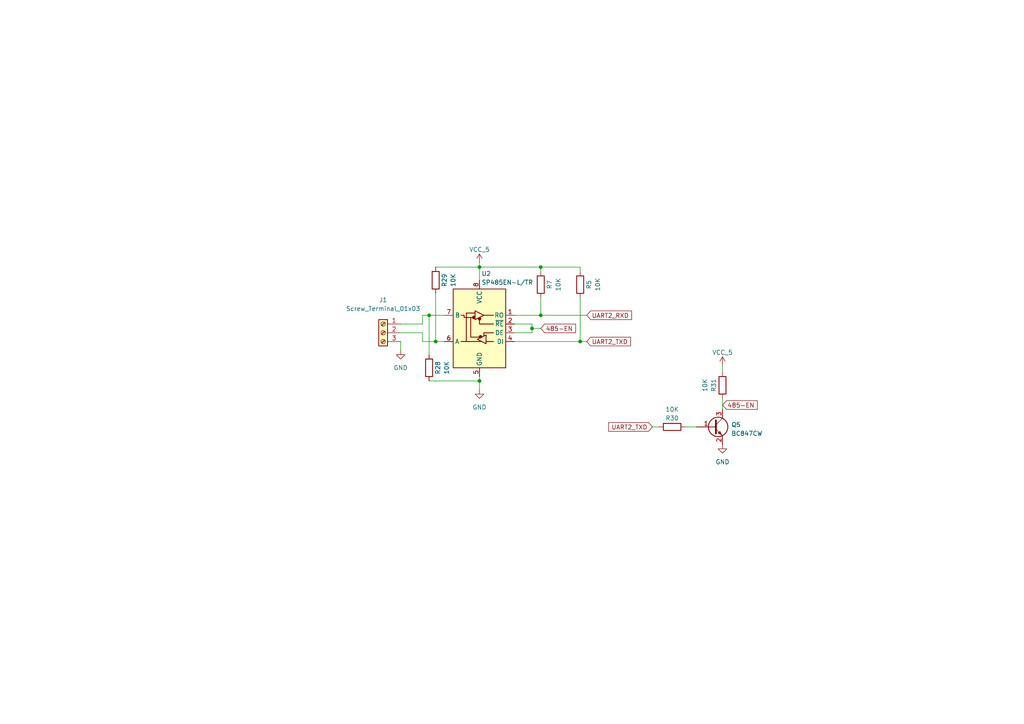
<source format=kicad_sch>
(kicad_sch (version 20230121) (generator eeschema)
  (paper "A4")
  (lib_symbols
    (symbol "Connector:Screw_Terminal_01x03" (pin_names (offset 1.016) hide)
      (property "Reference" "J" (at 0 5.08 0))
      (property "Value" "Screw_Terminal_01x03" (at 0 -5.08 0))
      (symbol "Screw_Terminal_01x03_1_1"
        (rectangle (start -1.27 3.81) (end 1.27 -3.81) (stroke (width 0.254)) (fill (type background)))
        (circle (center 0 -2.54) (radius 0.635) (stroke (width 0.1524)))
        (polyline (pts (xy -0.5334 -2.2098) (xy 0.3302 -3.048)) (stroke (width 0.1524)))
        (polyline (pts (xy -0.5334 0.3302) (xy 0.3302 -0.508)) (stroke (width 0.1524)))
        (polyline (pts (xy -0.5334 2.8702) (xy 0.3302 2.032)) (stroke (width 0.1524)))
        (polyline (pts (xy -0.3556 -2.032) (xy 0.508 -2.8702)) (stroke (width 0.1524)))
        (polyline (pts (xy -0.3556 0.508) (xy 0.508 -0.3302)) (stroke (width 0.1524)))
        (polyline (pts (xy -0.3556 3.048) (xy 0.508 2.2098)) (stroke (width 0.1524)))
        (circle (center 0 0) (radius 0.635) (stroke (width 0.1524)))
        (circle (center 0 2.54) (radius 0.635) (stroke (width 0.1524)))
        (pin passive line (at -5.08 2.54 0) (length 3.81) (name "Pin_1") (number "1"))
        (pin passive line (at -5.08 0 0) (length 3.81) (name "Pin_2") (number "2"))
        (pin passive line (at -5.08 -2.54 0) (length 3.81) (name "Pin_3") (number "3"))
      )
    )
    (symbol "Device:R" (pin_numbers hide) (pin_names (offset 0))
      (property "Reference" "R" (at 2.032 0 90))
      (property "Value" "R" (at 0 0 90))
      (symbol "R_0_1"
        (rectangle (start -1.016 -2.54) (end 1.016 2.54) (stroke (width 0.254)))
      )
      (symbol "R_1_1"
        (pin passive line (at 0 3.81 270) (length 1.27) (name "~") (number "1"))
        (pin passive line (at 0 -3.81 90) (length 1.27) (name "~") (number "2"))
      )
    )
    (symbol "Interface_UART:MAX485E"
      (property "Reference" "U" (at -6.096 11.43 0))
      (property "Value" "MAX485E" (at 0.762 11.43 0))
      (symbol "MAX485E_0_1"
        (rectangle (start -7.62 10.16) (end 7.62 -12.7) (stroke (width 0.254)) (fill (type background)))
        (circle (center -0.3048 -3.683) (radius 0.3556) (stroke (width 0.254)) (fill (type outline)))
        (circle (center -0.0254 1.4986) (radius 0.3556) (stroke (width 0.254)) (fill (type outline)))
        (polyline (pts (xy -4.064 -5.08) (xy -1.905 -5.08)) (stroke (width 0.254)))
        (polyline (pts (xy -4.064 2.54) (xy -1.27 2.54)) (stroke (width 0.254)))
        (polyline (pts (xy -1.27 -3.2004) (xy -1.27 -3.4544)) (stroke (width 0.254)))
        (polyline (pts (xy -0.635 -5.08) (xy 5.334 -5.08)) (stroke (width 0.254)))
        (polyline (pts (xy -4.064 -2.54) (xy -1.27 -2.54) (xy -1.27 -3.175)) (stroke (width 0.254)))
        (polyline (pts (xy 0 1.27) (xy 0 0) (xy -4.064 0)) (stroke (width 0.254)))
        (polyline (pts (xy 1.27 3.175) (xy 3.81 3.175) (xy 3.81 -5.08)) (stroke (width 0.254)))
        (polyline (pts (xy 2.54 1.905) (xy 2.54 -3.81) (xy 0 -3.81)) (stroke (width 0.254)))
        (polyline (pts (xy -1.905 -3.175) (xy -1.905 -5.715) (xy 0.635 -4.445) (xy -1.905 -3.175)) (stroke (width 0.254)))
        (polyline (pts (xy -1.27 2.54) (xy 1.27 3.81) (xy 1.27 1.27) (xy -1.27 2.54)) (stroke (width 0.254)))
        (polyline (pts (xy 1.905 1.905) (xy 4.445 1.905) (xy 4.445 2.54) (xy 5.334 2.54)) (stroke (width 0.254)))
        (rectangle (start 1.27 3.175) (end 1.27 3.175))
        (circle (center 1.651 1.905) (radius 0.3556) (stroke (width 0.254)) (fill (type outline)))
      )
      (symbol "MAX485E_1_1"
        (pin output line (at -10.16 2.54 0) (length 2.54) (name "RO") (number "1"))
        (pin input line (at -10.16 0 0) (length 2.54) (name "~{RE}") (number "2"))
        (pin input line (at -10.16 -2.54 0) (length 2.54) (name "DE") (number "3"))
        (pin input line (at -10.16 -5.08 0) (length 2.54) (name "DI") (number "4"))
        (pin power_in line (at 0 -15.24 90) (length 2.54) (name "GND") (number "5"))
        (pin bidirectional line (at 10.16 -5.08 180) (length 2.54) (name "A") (number "6"))
        (pin bidirectional line (at 10.16 2.54 180) (length 2.54) (name "B") (number "7"))
        (pin power_in line (at 0 12.7 270) (length 2.54) (name "VCC") (number "8"))
      )
    )
    (symbol "Transistor_BJT:BC847W" (pin_names (offset 0) hide)
      (property "Reference" "Q" (at 5.08 1.905 0))
      (property "Value" "BC847W" (at 5.08 0 0))
      (symbol "BC847W_0_1"
        (polyline (pts (xy 0.635 0.635) (xy 2.54 2.54)))
        (polyline (pts (xy 0.635 -0.635) (xy 2.54 -2.54) (xy 2.54 -2.54)))
        (polyline (pts (xy 0.635 1.905) (xy 0.635 -1.905) (xy 0.635 -1.905)) (stroke (width 0.508)))
        (polyline (pts (xy 1.27 -1.778) (xy 1.778 -1.27) (xy 2.286 -2.286) (xy 1.27 -1.778) (xy 1.27 -1.778)) (fill (type outline)))
        (circle (center 1.27 0) (radius 2.8194) (stroke (width 0.254)))
      )
      (symbol "BC847W_1_1"
        (pin input line (at -5.08 0 0) (length 5.715) (name "B") (number "1"))
        (pin passive line (at 2.54 -5.08 90) (length 2.54) (name "E") (number "2"))
        (pin passive line (at 2.54 5.08 270) (length 2.54) (name "C") (number "3"))
      )
    )
    (symbol "VCC_2" (power) (pin_names (offset 0))
      (property "Value" "+5V" (at 0 3.81 0))
      (symbol "VCC_2_0_1"
        (polyline (pts (xy -0.762 1.27) (xy 0 2.54)))
        (polyline (pts (xy 0 0) (xy 0 2.54)))
        (polyline (pts (xy 0 2.54) (xy 0.762 1.27)))
      )
      (symbol "VCC_2_1_1"
        (pin power_in line (at 0 0 90) (length 0) hide (name "VCC_5") (number "2"))
      )
    )
    (symbol "power:GND" (power) (pin_names (offset 0))
      (property "Value" "GND" (at 0 -3.81 0))
      (symbol "GND_0_1"
        (polyline (pts (xy 0 0) (xy 0 -1.27) (xy 1.27 -1.27) (xy 0 -2.54) (xy -1.27 -1.27) (xy 0 -1.27)))
      )
      (symbol "GND_1_1"
        (pin power_in line (at 0 0 270) (length 0) hide (name "GND") (number "1"))
      )
    )
  )
  (junction (at 168.275 99.06))
  (junction (at 139.065 110.49))
  (junction (at 156.845 91.44))
  (junction (at 126.365 99.06))
  (junction (at 124.46 91.44))
  (junction (at 139.065 77.47))
  (junction (at 156.845 77.47))
  (junction (at 154.305 95.25))
  (wire (pts (xy 116.205 93.98) (xy 122.555 93.98)))
  (wire (pts (xy 149.225 96.52) (xy 154.305 96.52)))
  (wire (pts (xy 139.065 77.47) (xy 139.065 81.28)))
  (wire (pts (xy 168.275 78.74) (xy 168.275 77.47)))
  (wire (pts (xy 209.55 106.045) (xy 209.55 107.95)))
  (wire (pts (xy 156.845 91.44) (xy 170.18 91.44)))
  (wire (pts (xy 122.555 99.06) (xy 122.555 96.52)))
  (wire (pts (xy 139.065 76.2) (xy 139.065 77.47)))
  (wire (pts (xy 139.065 109.22) (xy 139.065 110.49)))
  (wire (pts (xy 154.305 95.25) (xy 156.845 95.25)))
  (wire (pts (xy 128.905 99.06) (xy 126.365 99.06)))
  (wire (pts (xy 126.365 77.47) (xy 139.065 77.47)))
  (wire (pts (xy 154.305 95.25) (xy 154.305 96.52)))
  (wire (pts (xy 189.23 123.825) (xy 191.135 123.825)))
  (wire (pts (xy 168.275 99.06) (xy 170.18 99.06)))
  (wire (pts (xy 122.555 91.44) (xy 122.555 93.98)))
  (wire (pts (xy 168.275 86.36) (xy 168.275 99.06)))
  (wire (pts (xy 126.365 85.09) (xy 126.365 99.06)))
  (wire (pts (xy 149.225 93.98) (xy 154.305 93.98)))
  (wire (pts (xy 198.755 123.825) (xy 201.93 123.825)))
  (wire (pts (xy 116.205 99.06) (xy 116.205 101.6)))
  (wire (pts (xy 124.46 110.49) (xy 139.065 110.49)))
  (wire (pts (xy 149.225 99.06) (xy 168.275 99.06)))
  (wire (pts (xy 168.275 77.47) (xy 156.845 77.47)))
  (wire (pts (xy 156.845 86.36) (xy 156.845 91.44)))
  (wire (pts (xy 209.55 115.57) (xy 209.55 118.745)))
  (wire (pts (xy 122.555 96.52) (xy 116.205 96.52)))
  (wire (pts (xy 149.225 91.44) (xy 156.845 91.44)))
  (wire (pts (xy 139.065 77.47) (xy 156.845 77.47)))
  (wire (pts (xy 128.905 91.44) (xy 124.46 91.44)))
  (wire (pts (xy 124.46 91.44) (xy 124.46 102.87)))
  (wire (pts (xy 124.46 91.44) (xy 122.555 91.44)))
  (wire (pts (xy 156.845 77.47) (xy 156.845 78.74)))
  (wire (pts (xy 154.305 93.98) (xy 154.305 95.25)))
  (wire (pts (xy 126.365 99.06) (xy 122.555 99.06)))
  (wire (pts (xy 139.065 110.49) (xy 139.065 113.03)))
  (global_label "485-EN" (shape input) (at 156.845 95.25 0) (property "Intersheetrefs" "${INTERSHEET_REFS}" (effects hide)))
  (global_label "UART2_TXD" (shape input) (at 189.23 123.825 180) (property "Intersheetrefs" "${INTERSHEET_REFS}" (effects hide)))
  (global_label "485-EN" (shape input) (at 209.55 117.475 0) (property "Intersheetrefs" "${INTERSHEET_REFS}" (effects hide)))
  (global_label "UART2_TXD" (shape input) (at 170.18 99.06 0) (property "Intersheetrefs" "${INTERSHEET_REFS}" (effects hide)))
  (global_label "UART2_RXD" (shape input) (at 170.18 91.44 0) (property "Intersheetrefs" "${INTERSHEET_REFS}" (effects hide)))
  (symbol (lib_id "Connector:Screw_Terminal_01x03") (at 111.125 96.52 0) (mirror y) (unit 1)
    (property "Reference" "J1" (at 111.125 86.995 0))
    (property "Value" "Screw_Terminal_01x03" (at 111.125 89.535 0))
    (property "Footprint" "TerminalBlock_Phoenix:TerminalBlock_Phoenix_PT-1,5-3-5.0-H_1x03_P5.00mm_Horizontal" (effects hide))
    (property "Datasheet" "https://www.mouser.dk/datasheet/2/670/tb002_500-2306853.pdf" (effects hide))
    (property "Manufacturer_Name" "CUI Devices" (effects hide))
    (property "Manufacturer_Part_Number" "TB002-500-03BE" (effects hide))
    (property "Mouser Price/Stock" "0,686" (effects hide))
  )
  (symbol (lib_id "power:GND") (at 139.065 113.03 0) (mirror y) (unit 1)
    (property "Reference" "#PWR011" (effects hide))
    (property "Value" "GND" (at 139.065 118.11 0))
  )
  (symbol (lib_name "VCC_2") (lib_id "power:VCC") (at 209.55 106.045 0) (unit 1)
    (property "Reference" "#PWR047" (effects hide))
    (property "Value" "+5V" (at 209.55 102.235 0))
  )
  (symbol (lib_id "Device:R") (at 126.365 81.28 0) (mirror x) (unit 1)
    (property "Reference" "R29" (at 128.905 81.28 90))
    (property "Value" "10K" (at 131.445 81.28 90))
    (property "Footprint" "Resistor_SMD:R_0402_1005Metric" (effects hide))
    (property "Datasheet" "https://www.mouser.dk/datasheet/2/447/PYu_RC_Group_51_RoHS_L_11-1984063.pdf" (effects hide))
    (property "Manufacturer_Name" "YAGEO" (effects hide))
    (property "Manufacturer_Part_Number" "RC0402FR-7W10KL" (effects hide))
    (property "Mouser Price/Stock" "0,001" (effects hide))
    (instances (project "Modbus_master" (path "" (reference "R29") (unit 1)) (path "" (reference "R7") (unit 1)) (path "" (reference "R7") (unit 1))))
  )
  (symbol (lib_id "Interface_UART:MAX485E") (at 139.065 93.98 0) (mirror y) (unit 1)
    (property "Reference" "U2" (at 139.6491 79.375 0) (effects (justify right)))
    (property "Value" "SP485EN-L/TR" (at 139.6491 81.915 0) (effects (justify right)))
    (property "Footprint" "Package_SO:SOIC-8_3.9x4.9mm_P1.27mm" (effects hide))
    (property "Datasheet" "https://www.mouser.dk/datasheet/2/146/sp483-sp485-1816424.pdf" (effects hide))
    (property "Manufacturer_Name" "MaxLinear" (effects hide))
    (property "Manufacturer_Part_Number" "SP485EN-L/TR" (effects hide))
    (property "Mouser Price/Stock" "0,968" (effects hide))
  )
  (symbol (lib_name "VCC_2") (lib_id "power:VCC") (at 139.065 76.2 0) (unit 1)
    (property "Reference" "#PWR010" (effects hide))
    (property "Value" "+5V" (at 139.065 72.39 0))
  )
  (symbol (lib_id "Transistor_BJT:BC847W") (at 207.01 123.825 0) (unit 1)
    (property "Reference" "Q5" (at 212.09 123.19 0) (effects (justify left)))
    (property "Value" "BC847CW" (at 212.09 125.73 0) (effects (justify left)))
    (property "Footprint" "Package_TO_SOT_SMD:SOT-323_SC-70" (effects hide))
    (property "Datasheet" "https://www.mouser.dk/datasheet/2/916/BC847XW_SER-3081653.pdf" (effects hide))
    (property "Manufacturer_Name" "Nexperia" (effects hide))
    (property "Manufacturer_Part_Number" "BC847CW,115" (effects hide))
    (property "Mouser Price/Stock" "0,16" (effects hide))
    (instances (project "Modbus_master" (path "" (reference "Q5") (unit 1)) (path "" (reference "Q1") (unit 1)) (path "" (reference "Q1") (unit 1))))
  )
  (symbol (lib_id "Device:R") (at 194.945 123.825 270) (mirror x) (unit 1)
    (property "Reference" "R30" (at 194.945 121.285 90))
    (property "Value" "10K" (at 194.945 118.745 90))
    (property "Footprint" "Resistor_SMD:R_0402_1005Metric" (effects hide))
    (property "Datasheet" "https://www.mouser.dk/datasheet/2/447/PYu_RC_Group_51_RoHS_L_11-1984063.pdf" (effects hide))
    (property "Manufacturer_Name" "YAGEO" (effects hide))
    (property "Manufacturer_Part_Number" "RC0402FR-7W10KL" (effects hide))
    (property "Mouser Price/Stock" "0,001" (effects hide))
    (instances (project "Modbus_master" (path "" (reference "R30") (unit 1)) (path "" (reference "R19") (unit 1)) (path "" (reference "R19") (unit 1))))
  )
  (symbol (lib_id "power:GND") (at 209.55 128.905 0) (unit 1)
    (property "Reference" "#PWR048" (effects hide))
    (property "Value" "GND" (at 209.55 133.985 0))
  )
  (symbol (lib_id "Device:R") (at 209.55 111.76 0) (mirror y) (unit 1)
    (property "Reference" "R31" (at 207.01 111.76 90))
    (property "Value" "10K" (at 204.47 111.76 90))
    (property "Footprint" "Resistor_SMD:R_0402_1005Metric" (effects hide))
    (property "Datasheet" "https://www.mouser.dk/datasheet/2/447/PYu_RC_Group_51_RoHS_L_11-1984063.pdf" (effects hide))
    (property "Manufacturer_Name" "YAGEO" (effects hide))
    (property "Manufacturer_Part_Number" "RC0402FR-7W10KL" (effects hide))
    (property "Mouser Price/Stock" "0,001" (effects hide))
    (instances (project "Modbus_master" (path "" (reference "R31") (unit 1)) (path "" (reference "R28") (unit 1)) (path "" (reference "R28") (unit 1))))
  )
  (symbol (lib_id "Device:R") (at 168.275 82.55 0) (mirror x) (unit 1)
    (property "Reference" "R5" (at 170.815 82.55 90))
    (property "Value" "10K" (at 173.355 82.55 90))
    (property "Footprint" "Resistor_SMD:R_0402_1005Metric" (effects hide))
    (property "Datasheet" "https://www.mouser.dk/datasheet/2/447/PYu_RC_Group_51_RoHS_L_11-1984063.pdf" (effects hide))
    (property "Manufacturer_Name" "YAGEO" (effects hide))
    (property "Manufacturer_Part_Number" "RC0402FR-7W10KL" (effects hide))
    (property "Mouser Price/Stock" "0,001" (effects hide))
    (instances (project "Modbus_master" (path "" (reference "R5") (unit 1)) (path "" (reference "R18") (unit 1)) (path "" (reference "R18") (unit 1))))
  )
  (symbol (lib_id "Device:R") (at 156.845 82.55 0) (mirror x) (unit 1)
    (property "Reference" "R7" (at 159.385 82.55 90))
    (property "Value" "10K" (at 161.925 82.55 90))
    (property "Footprint" "Resistor_SMD:R_0402_1005Metric" (effects hide))
    (property "Datasheet" "https://www.mouser.dk/datasheet/2/447/PYu_RC_Group_51_RoHS_L_11-1984063.pdf" (effects hide))
    (property "Manufacturer_Name" "YAGEO" (effects hide))
    (property "Manufacturer_Part_Number" "RC0402FR-7W10KL" (effects hide))
    (property "Mouser Price/Stock" "0,001" (effects hide))
    (instances (project "Modbus_master" (path "" (reference "R7") (unit 1)) (path "" (reference "R14") (unit 1)) (path "" (reference "R14") (unit 1))))
  )
  (symbol (lib_id "Device:R") (at 124.46 106.68 0) (mirror x) (unit 1)
    (property "Reference" "R28" (at 127 106.68 90))
    (property "Value" "10K" (at 129.54 106.68 90))
    (property "Footprint" "Resistor_SMD:R_0402_1005Metric" (effects hide))
    (property "Datasheet" "https://www.mouser.dk/datasheet/2/447/PYu_RC_Group_51_RoHS_L_11-1984063.pdf" (effects hide))
    (property "Manufacturer_Name" "YAGEO" (effects hide))
    (property "Manufacturer_Part_Number" "RC0402FR-7W10KL" (effects hide))
    (property "Mouser Price/Stock" "0,001" (effects hide))
    (instances (project "Modbus_master" (path "" (reference "R28") (unit 1)) (path "" (reference "R5") (unit 1)) (path "" (reference "R5") (unit 1))))
  )
  (symbol (lib_id "power:GND") (at 116.205 101.6 0) (mirror y) (unit 1)
    (property "Reference" "#PWR07" (effects hide))
    (property "Value" "GND" (at 116.205 106.68 0))
  )
)
</source>
